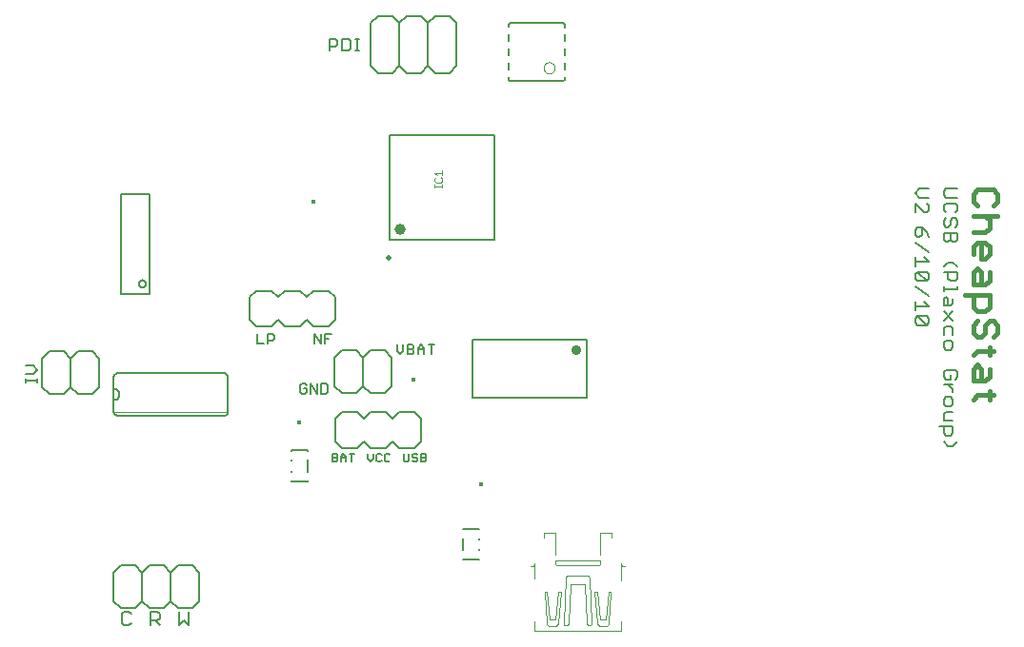
<source format=gto>
G75*
G70*
%OFA0B0*%
%FSLAX24Y24*%
%IPPOS*%
%LPD*%
%AMOC8*
5,1,8,0,0,1.08239X$1,22.5*
%
%ADD10C,0.0080*%
%ADD11C,0.0060*%
%ADD12C,0.0050*%
%ADD13C,0.0150*%
%ADD14C,0.0079*%
%ADD15C,0.0394*%
%ADD16C,0.0197*%
%ADD17C,0.0010*%
%ADD18R,0.0118X0.0157*%
%ADD19C,0.0020*%
%ADD20C,0.0348*%
%ADD21C,0.0040*%
%ADD22R,0.0157X0.0118*%
D10*
X003891Y000596D02*
X003971Y000516D01*
X004131Y000516D01*
X004211Y000596D01*
X003891Y000596D02*
X003891Y000916D01*
X003971Y000996D01*
X004131Y000996D01*
X004211Y000916D01*
X004891Y000996D02*
X005131Y000996D01*
X005211Y000916D01*
X005211Y000756D01*
X005131Y000676D01*
X004891Y000676D01*
X005051Y000676D02*
X005211Y000516D01*
X004891Y000516D02*
X004891Y000996D01*
X005891Y000996D02*
X005891Y000516D01*
X006051Y000676D01*
X006211Y000516D01*
X006211Y000996D01*
X016143Y008477D02*
X020159Y008477D01*
X020159Y010524D01*
X016143Y010524D01*
X016143Y008477D01*
X000936Y009016D02*
X000936Y009156D01*
X000936Y009086D02*
X000515Y009086D01*
X000515Y009016D02*
X000515Y009156D01*
X000515Y009323D02*
X000796Y009323D01*
X000936Y009463D01*
X000796Y009603D01*
X000515Y009603D01*
X011141Y020641D02*
X011141Y021061D01*
X011351Y021061D01*
X011421Y020991D01*
X011421Y020851D01*
X011351Y020781D01*
X011141Y020781D01*
X011601Y020641D02*
X011811Y020641D01*
X011881Y020711D01*
X011881Y020991D01*
X011811Y021061D01*
X011601Y021061D01*
X011601Y020641D01*
X012061Y020641D02*
X012202Y020641D01*
X012132Y020641D02*
X012132Y021061D01*
X012202Y021061D02*
X012061Y021061D01*
X031641Y015651D02*
X031801Y015491D01*
X032121Y015491D01*
X032041Y015295D02*
X032121Y015215D01*
X032121Y015055D01*
X032041Y014975D01*
X031961Y014975D01*
X031641Y015295D01*
X031641Y014975D01*
X031721Y014436D02*
X031641Y014356D01*
X031641Y014196D01*
X031721Y014116D01*
X031801Y014116D01*
X031881Y014196D01*
X031881Y014436D01*
X031721Y014436D01*
X031881Y014436D02*
X032041Y014276D01*
X032121Y014116D01*
X032641Y014024D02*
X032721Y013944D01*
X032801Y013944D01*
X032881Y014024D01*
X032881Y014264D01*
X032801Y014459D02*
X032721Y014459D01*
X032641Y014539D01*
X032641Y014699D01*
X032721Y014780D01*
X032881Y014699D02*
X032881Y014539D01*
X032801Y014459D01*
X033041Y014459D02*
X033121Y014539D01*
X033121Y014699D01*
X033041Y014780D01*
X032961Y014780D01*
X032881Y014699D01*
X033041Y014975D02*
X033121Y015055D01*
X033121Y015215D01*
X033041Y015295D01*
X032721Y015295D01*
X032641Y015215D01*
X032641Y015055D01*
X032721Y014975D01*
X032721Y015491D02*
X033121Y015491D01*
X032721Y015491D02*
X032641Y015571D01*
X032641Y015731D01*
X032721Y015811D01*
X033121Y015811D01*
X032121Y015811D02*
X031801Y015811D01*
X031641Y015651D01*
X032641Y014264D02*
X032641Y014024D01*
X032641Y014264D02*
X033121Y014264D01*
X033121Y014024D01*
X033041Y013944D01*
X032961Y013944D01*
X032881Y014024D01*
X032121Y013600D02*
X031641Y013920D01*
X031641Y013405D02*
X031641Y013084D01*
X031641Y013244D02*
X032121Y013244D01*
X031961Y013405D01*
X032041Y012889D02*
X032121Y012809D01*
X032121Y012649D01*
X032041Y012569D01*
X031721Y012889D01*
X031641Y012809D01*
X031641Y012649D01*
X031721Y012569D01*
X032041Y012569D01*
X031641Y012373D02*
X032121Y012053D01*
X031961Y011858D02*
X032121Y011698D01*
X031641Y011698D01*
X031641Y011858D02*
X031641Y011537D01*
X031721Y011342D02*
X031641Y011262D01*
X031641Y011102D01*
X031721Y011022D01*
X032041Y011022D01*
X031721Y011342D01*
X032041Y011342D01*
X032121Y011262D01*
X032121Y011102D01*
X032041Y011022D01*
X032641Y010918D02*
X032641Y010678D01*
X032721Y010483D02*
X032641Y010403D01*
X032641Y010242D01*
X032721Y010162D01*
X032881Y010162D01*
X032961Y010242D01*
X032961Y010403D01*
X032881Y010483D01*
X032721Y010483D01*
X032961Y010678D02*
X032961Y010918D01*
X032881Y010998D01*
X032721Y010998D01*
X032641Y010918D01*
X032641Y011194D02*
X032961Y011514D01*
X032881Y011709D02*
X032641Y011709D01*
X032641Y011949D01*
X032721Y012030D01*
X032801Y011949D01*
X032801Y011709D01*
X032881Y011709D02*
X032961Y011789D01*
X032961Y011949D01*
X033121Y012293D02*
X032641Y012293D01*
X032641Y012373D02*
X032641Y012213D01*
X032881Y012569D02*
X032801Y012649D01*
X032801Y012889D01*
X032641Y012889D02*
X033121Y012889D01*
X033121Y012649D01*
X033041Y012569D01*
X032881Y012569D01*
X033121Y012373D02*
X033121Y012293D01*
X032641Y011514D02*
X032961Y011194D01*
X033041Y009451D02*
X032721Y009451D01*
X032641Y009371D01*
X032641Y009211D01*
X032721Y009131D01*
X032881Y009131D01*
X032881Y009291D01*
X033041Y009131D02*
X033121Y009211D01*
X033121Y009371D01*
X033041Y009451D01*
X032961Y008936D02*
X032641Y008936D01*
X032801Y008936D02*
X032961Y008776D01*
X032961Y008696D01*
X032881Y008506D02*
X032721Y008506D01*
X032641Y008426D01*
X032641Y008266D01*
X032721Y008186D01*
X032881Y008186D01*
X032961Y008266D01*
X032961Y008426D01*
X032881Y008506D01*
X032961Y007990D02*
X032721Y007990D01*
X032641Y007910D01*
X032641Y007670D01*
X032961Y007670D01*
X032961Y007475D02*
X032481Y007475D01*
X032641Y007475D02*
X032641Y007235D01*
X032721Y007155D01*
X032881Y007155D01*
X032961Y007235D01*
X032961Y007475D01*
X033121Y006959D02*
X032961Y006799D01*
X032801Y006799D01*
X032641Y006959D01*
X032041Y012889D02*
X031721Y012889D01*
X032641Y013073D02*
X032801Y013233D01*
X032961Y013233D01*
X033121Y013073D01*
D11*
X003851Y001101D02*
X003601Y001351D01*
X003601Y002351D01*
X003851Y002601D01*
X004351Y002601D01*
X004601Y002351D01*
X004851Y002601D01*
X005351Y002601D01*
X005601Y002351D01*
X005851Y002601D01*
X006351Y002601D01*
X006601Y002351D01*
X006601Y001351D01*
X006351Y001101D01*
X005851Y001101D01*
X005601Y001351D01*
X005351Y001101D01*
X004851Y001101D01*
X004601Y001351D01*
X004351Y001101D01*
X003851Y001101D01*
X004601Y001351D02*
X004601Y002351D01*
X005601Y002351D02*
X005601Y001351D01*
X009811Y005561D02*
X009811Y005578D01*
X009811Y005561D02*
X010390Y005561D01*
X010390Y005578D01*
X010390Y005895D02*
X010390Y006306D01*
X010390Y006624D02*
X010390Y006641D01*
X009811Y006641D01*
X009811Y006624D01*
X009811Y006306D02*
X009811Y006269D01*
X009811Y005932D02*
X009811Y005895D01*
X011351Y006951D02*
X011351Y007751D01*
X011576Y007976D01*
X012126Y007976D01*
X012351Y007751D01*
X012576Y007976D01*
X013126Y007976D01*
X013351Y007751D01*
X013576Y007976D01*
X014126Y007976D01*
X014351Y007751D01*
X014351Y006951D01*
X014126Y006726D01*
X013576Y006726D01*
X013351Y006951D01*
X013126Y006726D01*
X012576Y006726D01*
X012351Y006951D01*
X012126Y006726D01*
X011576Y006726D01*
X011351Y006951D01*
X011038Y008631D02*
X011094Y008687D01*
X011094Y008914D01*
X011038Y008971D01*
X010867Y008971D01*
X010867Y008631D01*
X011038Y008631D01*
X010726Y008631D02*
X010726Y008971D01*
X010499Y008971D02*
X010726Y008631D01*
X010499Y008631D02*
X010499Y008971D01*
X010358Y008914D02*
X010301Y008971D01*
X010187Y008971D01*
X010131Y008914D01*
X010131Y008687D01*
X010187Y008631D01*
X010301Y008631D01*
X010358Y008687D01*
X010358Y008801D01*
X010244Y008801D01*
X011327Y008898D02*
X011327Y009898D01*
X011577Y010148D01*
X012077Y010148D01*
X012327Y009898D01*
X012577Y010148D01*
X013077Y010148D01*
X013327Y009898D01*
X013327Y008898D01*
X013077Y008648D01*
X012577Y008648D01*
X012327Y008898D01*
X012077Y008648D01*
X011577Y008648D01*
X011327Y008898D01*
X012327Y008898D02*
X012327Y009898D01*
X013506Y010119D02*
X013619Y010006D01*
X013733Y010119D01*
X013733Y010346D01*
X013874Y010346D02*
X014044Y010346D01*
X014101Y010289D01*
X014101Y010233D01*
X014044Y010176D01*
X013874Y010176D01*
X013874Y010006D02*
X013874Y010346D01*
X014044Y010176D02*
X014101Y010119D01*
X014101Y010062D01*
X014044Y010006D01*
X013874Y010006D01*
X014242Y010006D02*
X014242Y010233D01*
X014356Y010346D01*
X014469Y010233D01*
X014469Y010006D01*
X014469Y010176D02*
X014242Y010176D01*
X014611Y010346D02*
X014838Y010346D01*
X014724Y010346D02*
X014724Y010006D01*
X013506Y010119D02*
X013506Y010346D01*
X011226Y010721D02*
X010999Y010721D01*
X010999Y010381D01*
X010858Y010381D02*
X010858Y010721D01*
X010999Y010551D02*
X011113Y010551D01*
X010858Y010381D02*
X010631Y010721D01*
X010631Y010381D01*
X010576Y010976D02*
X010351Y011201D01*
X010126Y010976D01*
X009576Y010976D01*
X009351Y011201D01*
X009126Y010976D01*
X008576Y010976D01*
X008351Y011201D01*
X008351Y012001D01*
X008576Y012226D01*
X009126Y012226D01*
X009351Y012001D01*
X009576Y012226D01*
X010126Y012226D01*
X010351Y012001D01*
X010576Y012226D01*
X011126Y012226D01*
X011351Y012001D01*
X011351Y011201D01*
X011126Y010976D01*
X010576Y010976D01*
X009226Y010664D02*
X009226Y010551D01*
X009169Y010494D01*
X008999Y010494D01*
X008999Y010381D02*
X008999Y010721D01*
X009169Y010721D01*
X009226Y010664D01*
X008858Y010381D02*
X008631Y010381D01*
X008631Y010721D01*
X007601Y009221D02*
X007601Y007981D01*
X007597Y007960D01*
X007590Y007940D01*
X007580Y007921D01*
X007567Y007904D01*
X007551Y007890D01*
X007533Y007878D01*
X007514Y007869D01*
X007493Y007863D01*
X007472Y007860D01*
X007451Y007861D01*
X003751Y007861D01*
X003730Y007860D01*
X003709Y007863D01*
X003688Y007869D01*
X003669Y007878D01*
X003651Y007890D01*
X003635Y007904D01*
X003622Y007921D01*
X003612Y007940D01*
X003605Y007960D01*
X003601Y007981D01*
X003601Y008401D01*
X003601Y008801D01*
X003601Y009221D01*
X003605Y009241D01*
X003611Y009261D01*
X003620Y009279D01*
X003632Y009295D01*
X003646Y009310D01*
X003663Y009322D01*
X003681Y009331D01*
X003700Y009337D01*
X003721Y009341D01*
X003741Y009341D01*
X007441Y009341D01*
X007463Y009342D01*
X007485Y009340D01*
X007507Y009334D01*
X007527Y009326D01*
X007546Y009314D01*
X007562Y009299D01*
X007576Y009282D01*
X007588Y009263D01*
X007596Y009243D01*
X007601Y009221D01*
X003601Y008801D02*
X003628Y008799D01*
X003655Y008794D01*
X003681Y008784D01*
X003705Y008772D01*
X003727Y008756D01*
X003747Y008738D01*
X003764Y008716D01*
X003779Y008693D01*
X003789Y008668D01*
X003797Y008642D01*
X003801Y008615D01*
X003801Y008587D01*
X003797Y008560D01*
X003789Y008534D01*
X003779Y008509D01*
X003764Y008486D01*
X003747Y008464D01*
X003727Y008446D01*
X003705Y008430D01*
X003681Y008418D01*
X003655Y008408D01*
X003628Y008403D01*
X003601Y008401D01*
X003101Y008851D02*
X002851Y008601D01*
X002351Y008601D01*
X002101Y008851D01*
X001851Y008601D01*
X001351Y008601D01*
X001101Y008851D01*
X001101Y009851D01*
X001351Y010101D01*
X001851Y010101D01*
X002101Y009851D01*
X002351Y010101D01*
X002851Y010101D01*
X003101Y009851D01*
X003101Y008851D01*
X002101Y008851D02*
X002101Y009851D01*
X015811Y003891D02*
X015811Y003874D01*
X015811Y003891D02*
X016390Y003891D01*
X016390Y003874D01*
X016390Y003556D02*
X016390Y003519D01*
X015811Y003556D02*
X015811Y003145D01*
X015811Y002828D02*
X015811Y002811D01*
X016390Y002811D01*
X016390Y002828D01*
X016390Y003145D02*
X016390Y003182D01*
X017515Y019577D02*
X019283Y019577D01*
X019287Y019578D02*
X019304Y019579D01*
X019321Y019584D01*
X019336Y019591D01*
X019350Y019601D01*
X019362Y019613D01*
X019372Y019627D01*
X019379Y019642D01*
X019384Y019659D01*
X019385Y019676D01*
X019385Y019680D02*
X019385Y019731D01*
X019385Y019975D02*
X019385Y020227D01*
X019385Y020471D02*
X019385Y020727D01*
X019385Y020971D02*
X019385Y021227D01*
X019385Y021467D02*
X019385Y021518D01*
X019385Y021526D02*
X019384Y021543D01*
X019379Y021560D01*
X019372Y021575D01*
X019362Y021589D01*
X019350Y021601D01*
X019336Y021611D01*
X019321Y021618D01*
X019304Y021623D01*
X019287Y021624D01*
X017515Y021624D01*
X017498Y021623D01*
X017481Y021618D01*
X017466Y021611D01*
X017452Y021601D01*
X017440Y021589D01*
X017430Y021575D01*
X017423Y021560D01*
X017418Y021543D01*
X017417Y021526D01*
X017417Y021530D02*
X017417Y021471D01*
X017417Y021227D02*
X017417Y020975D01*
X017417Y020727D02*
X017417Y020475D01*
X017417Y020227D02*
X017417Y019975D01*
X017417Y019731D02*
X017417Y019680D01*
X017417Y019676D02*
X017418Y019659D01*
X017423Y019642D01*
X017430Y019627D01*
X017440Y019613D01*
X017452Y019601D01*
X017466Y019591D01*
X017481Y019584D01*
X017498Y019579D01*
X017515Y019578D01*
X015601Y020101D02*
X015351Y019851D01*
X014851Y019851D01*
X014601Y020101D01*
X014601Y021601D01*
X014851Y021851D01*
X015351Y021851D01*
X015601Y021601D01*
X015601Y020101D01*
X014601Y020101D02*
X014351Y019851D01*
X013851Y019851D01*
X013601Y020101D01*
X013601Y021601D01*
X013851Y021851D01*
X014351Y021851D01*
X014601Y021601D01*
X013601Y021601D02*
X013351Y021851D01*
X012851Y021851D01*
X012601Y021601D01*
X012601Y020101D01*
X012851Y019851D01*
X013351Y019851D01*
X013601Y020101D01*
D12*
X004851Y015601D02*
X003851Y015601D01*
X003851Y012101D01*
X004851Y012101D01*
X004851Y015601D01*
X004476Y012476D02*
X004478Y012498D01*
X004484Y012519D01*
X004493Y012538D01*
X004505Y012556D01*
X004521Y012572D01*
X004538Y012584D01*
X004558Y012593D01*
X004579Y012599D01*
X004601Y012601D01*
X004623Y012599D01*
X004644Y012593D01*
X004663Y012584D01*
X004681Y012572D01*
X004697Y012556D01*
X004709Y012538D01*
X004718Y012519D01*
X004724Y012498D01*
X004726Y012476D01*
X004724Y012454D01*
X004718Y012433D01*
X004709Y012414D01*
X004697Y012396D01*
X004681Y012380D01*
X004664Y012368D01*
X004644Y012359D01*
X004623Y012353D01*
X004601Y012351D01*
X004579Y012353D01*
X004558Y012359D01*
X004538Y012368D01*
X004521Y012380D01*
X004505Y012396D01*
X004493Y012413D01*
X004484Y012433D01*
X004478Y012454D01*
X004476Y012476D01*
X011251Y006521D02*
X011386Y006521D01*
X011431Y006476D01*
X011431Y006431D01*
X011386Y006386D01*
X011251Y006386D01*
X011386Y006386D02*
X011431Y006341D01*
X011431Y006296D01*
X011386Y006251D01*
X011251Y006251D01*
X011251Y006521D01*
X011545Y006431D02*
X011545Y006251D01*
X011545Y006386D02*
X011726Y006386D01*
X011726Y006431D02*
X011726Y006251D01*
X011726Y006431D02*
X011635Y006521D01*
X011545Y006431D01*
X011840Y006521D02*
X012020Y006521D01*
X011930Y006521D02*
X011930Y006251D01*
X012501Y006341D02*
X012501Y006521D01*
X012681Y006521D02*
X012681Y006341D01*
X012591Y006251D01*
X012501Y006341D01*
X012795Y006296D02*
X012795Y006476D01*
X012840Y006521D01*
X012931Y006521D01*
X012976Y006476D01*
X013090Y006476D02*
X013090Y006296D01*
X013135Y006251D01*
X013225Y006251D01*
X013270Y006296D01*
X013270Y006476D02*
X013225Y006521D01*
X013135Y006521D01*
X013090Y006476D01*
X012976Y006296D02*
X012931Y006251D01*
X012840Y006251D01*
X012795Y006296D01*
X013751Y006296D02*
X013796Y006251D01*
X013886Y006251D01*
X013931Y006296D01*
X013931Y006521D01*
X014045Y006476D02*
X014045Y006431D01*
X014090Y006386D01*
X014181Y006386D01*
X014226Y006341D01*
X014226Y006296D01*
X014181Y006251D01*
X014090Y006251D01*
X014045Y006296D01*
X014045Y006476D02*
X014090Y006521D01*
X014181Y006521D01*
X014226Y006476D01*
X014340Y006521D02*
X014475Y006521D01*
X014520Y006476D01*
X014520Y006431D01*
X014475Y006386D01*
X014340Y006386D01*
X014340Y006251D02*
X014340Y006521D01*
X014475Y006386D02*
X014520Y006341D01*
X014520Y006296D01*
X014475Y006251D01*
X014340Y006251D01*
X013751Y006296D02*
X013751Y006521D01*
D13*
X033392Y012093D02*
X034243Y012093D01*
X034243Y011667D01*
X034101Y011526D01*
X033818Y011526D01*
X033676Y011667D01*
X033676Y012093D01*
X033676Y012446D02*
X033676Y012872D01*
X033818Y013014D01*
X033959Y012872D01*
X033959Y012446D01*
X034101Y012446D02*
X033676Y012446D01*
X034101Y012446D02*
X034243Y012588D01*
X034243Y012872D01*
X034101Y013367D02*
X033959Y013367D01*
X033959Y013934D01*
X033818Y013934D02*
X034101Y013934D01*
X034243Y013793D01*
X034243Y013509D01*
X034101Y013367D01*
X033676Y013509D02*
X033676Y013793D01*
X033818Y013934D01*
X033676Y014288D02*
X034101Y014288D01*
X034243Y014430D01*
X034243Y014713D01*
X034101Y014855D01*
X034526Y014855D02*
X033676Y014855D01*
X033818Y015209D02*
X033676Y015350D01*
X033676Y015634D01*
X033818Y015776D01*
X034385Y015776D01*
X034526Y015634D01*
X034526Y015350D01*
X034385Y015209D01*
X034385Y011172D02*
X034243Y011172D01*
X034101Y011030D01*
X034101Y010747D01*
X033959Y010605D01*
X033818Y010605D01*
X033676Y010747D01*
X033676Y011030D01*
X033818Y011172D01*
X034385Y011172D02*
X034526Y011030D01*
X034526Y010747D01*
X034385Y010605D01*
X034243Y010251D02*
X034243Y009968D01*
X034385Y010110D02*
X033818Y010110D01*
X033676Y009968D01*
X033818Y009637D02*
X033959Y009496D01*
X033959Y009070D01*
X034101Y009070D02*
X033676Y009070D01*
X033676Y009496D01*
X033818Y009637D01*
X034243Y009496D02*
X034243Y009212D01*
X034101Y009070D01*
X034243Y008717D02*
X034243Y008433D01*
X034385Y008575D02*
X033818Y008575D01*
X033676Y008433D01*
D14*
X016931Y014020D02*
X016931Y017681D01*
X013270Y017681D01*
X013270Y014020D01*
X016931Y014020D01*
D15*
X013624Y014374D03*
D16*
X013211Y013390D03*
D17*
X014830Y015856D02*
X014830Y015944D01*
X014830Y015900D02*
X015096Y015900D01*
X015096Y015856D02*
X015096Y015944D01*
X015051Y016025D02*
X014874Y016025D01*
X014830Y016069D01*
X014830Y016158D01*
X014874Y016202D01*
X014919Y016279D02*
X014830Y016367D01*
X015096Y016367D01*
X015096Y016279D02*
X015096Y016456D01*
X015051Y016202D02*
X015096Y016158D01*
X015096Y016069D01*
X015051Y016025D01*
D18*
X010601Y015351D03*
X014101Y009101D03*
D19*
X007601Y007971D02*
X003601Y007971D01*
X018643Y020042D02*
X018645Y020069D01*
X018651Y020096D01*
X018660Y020122D01*
X018673Y020146D01*
X018689Y020169D01*
X018708Y020188D01*
X018730Y020205D01*
X018754Y020219D01*
X018779Y020229D01*
X018806Y020236D01*
X018833Y020239D01*
X018861Y020238D01*
X018888Y020233D01*
X018914Y020225D01*
X018938Y020213D01*
X018961Y020197D01*
X018982Y020179D01*
X018999Y020158D01*
X019014Y020134D01*
X019025Y020109D01*
X019033Y020083D01*
X019037Y020056D01*
X019037Y020028D01*
X019033Y020001D01*
X019025Y019975D01*
X019014Y019950D01*
X018999Y019926D01*
X018982Y019905D01*
X018961Y019887D01*
X018939Y019871D01*
X018914Y019859D01*
X018888Y019851D01*
X018861Y019846D01*
X018833Y019845D01*
X018806Y019848D01*
X018779Y019855D01*
X018754Y019865D01*
X018730Y019879D01*
X018708Y019896D01*
X018689Y019915D01*
X018673Y019938D01*
X018660Y019962D01*
X018651Y019988D01*
X018645Y020015D01*
X018643Y020042D01*
D20*
X019804Y010141D03*
D21*
X019041Y003754D02*
X018652Y003754D01*
X018652Y003734D02*
X018652Y003591D01*
X019041Y003734D02*
X019041Y002998D01*
X019122Y002794D02*
X020553Y002794D01*
X020569Y002792D01*
X020584Y002788D01*
X020599Y002780D01*
X020611Y002770D01*
X020621Y002758D01*
X020629Y002743D01*
X020633Y002728D01*
X020635Y002712D01*
X020633Y002692D01*
X020627Y002673D01*
X020618Y002655D01*
X020605Y002640D01*
X020590Y002627D01*
X020572Y002618D01*
X020553Y002612D01*
X020533Y002610D01*
X019143Y002610D01*
X019123Y002612D01*
X019104Y002618D01*
X019086Y002627D01*
X019071Y002640D01*
X019058Y002655D01*
X019049Y002673D01*
X019043Y002692D01*
X019041Y002712D01*
X019041Y002712D01*
X019040Y002712D02*
X019042Y002728D01*
X019046Y002743D01*
X019054Y002758D01*
X019064Y002770D01*
X019076Y002780D01*
X019091Y002788D01*
X019106Y002792D01*
X019122Y002794D01*
X019511Y002262D02*
X020165Y002262D01*
X020165Y002263D02*
X020183Y002260D01*
X020200Y002253D01*
X020215Y002244D01*
X020228Y002231D01*
X020237Y002216D01*
X020244Y002199D01*
X020247Y002181D01*
X020246Y002181D02*
X020328Y000586D01*
X020326Y000570D01*
X020322Y000555D01*
X020314Y000540D01*
X020304Y000528D01*
X020292Y000518D01*
X020277Y000510D01*
X020262Y000506D01*
X020246Y000504D01*
X020230Y000506D01*
X020215Y000510D01*
X020200Y000518D01*
X020188Y000528D01*
X020178Y000540D01*
X020170Y000555D01*
X020166Y000570D01*
X020164Y000586D01*
X020165Y000586D02*
X020083Y001935D01*
X019592Y001935D01*
X019593Y001935D02*
X019511Y000586D01*
X019509Y000570D01*
X019505Y000555D01*
X019497Y000540D01*
X019487Y000528D01*
X019475Y000518D01*
X019460Y000510D01*
X019445Y000506D01*
X019429Y000504D01*
X019429Y000505D02*
X019429Y000505D01*
X019429Y000504D02*
X019413Y000506D01*
X019398Y000510D01*
X019383Y000518D01*
X019371Y000528D01*
X019361Y000540D01*
X019353Y000555D01*
X019349Y000570D01*
X019347Y000586D01*
X019429Y002181D01*
X019428Y002181D02*
X019431Y002199D01*
X019438Y002216D01*
X019447Y002231D01*
X019460Y002244D01*
X019475Y002253D01*
X019492Y002260D01*
X019510Y002263D01*
X019245Y001670D02*
X019163Y001670D01*
X019061Y000729D01*
X018857Y000729D01*
X018755Y001670D01*
X018673Y001670D01*
X018755Y000586D01*
X018754Y000586D02*
X018758Y000567D01*
X018764Y000548D01*
X018774Y000531D01*
X018786Y000515D01*
X018801Y000502D01*
X018818Y000491D01*
X018836Y000484D01*
X019061Y000484D02*
X019079Y000491D01*
X019096Y000502D01*
X019111Y000515D01*
X019123Y000531D01*
X019133Y000548D01*
X019139Y000567D01*
X019143Y000586D01*
X019245Y001670D01*
X018325Y002136D02*
X018325Y002671D01*
X018326Y002671D02*
X018324Y002655D01*
X018320Y002640D01*
X018312Y002625D01*
X018302Y002613D01*
X018290Y002603D01*
X018275Y002595D01*
X018260Y002591D01*
X018244Y002589D01*
X018182Y002589D01*
X020430Y001670D02*
X020512Y001670D01*
X020614Y000729D01*
X020819Y000729D01*
X020921Y001670D01*
X021003Y001670D01*
X020921Y000586D01*
X020917Y000567D01*
X020911Y000548D01*
X020901Y000531D01*
X020889Y000515D01*
X020874Y000502D01*
X020857Y000491D01*
X020839Y000484D01*
X020614Y000484D02*
X020596Y000491D01*
X020579Y000502D01*
X020564Y000515D01*
X020552Y000531D01*
X020542Y000548D01*
X020536Y000567D01*
X020532Y000586D01*
X020533Y000586D02*
X020430Y001670D01*
X021350Y002097D02*
X021350Y002671D01*
X021352Y002655D01*
X021356Y002640D01*
X021364Y002625D01*
X021374Y002613D01*
X021386Y002603D01*
X021401Y002595D01*
X021416Y002591D01*
X021432Y002589D01*
X021493Y002589D01*
X020635Y002998D02*
X020635Y003734D01*
X020635Y003754D02*
X021023Y003754D01*
X021023Y003734D02*
X021023Y003591D01*
X020839Y000485D02*
X020802Y000476D01*
X020765Y000470D01*
X020727Y000468D01*
X020689Y000470D01*
X020651Y000476D01*
X020615Y000485D01*
X021350Y000647D02*
X021350Y000311D01*
X018325Y000311D01*
X018325Y000647D01*
X018837Y000485D02*
X018873Y000476D01*
X018911Y000470D01*
X018949Y000468D01*
X018987Y000470D01*
X019024Y000476D01*
X019061Y000485D01*
X021350Y000311D02*
X021350Y000311D01*
D22*
X016451Y005451D03*
X010101Y007601D03*
M02*

</source>
